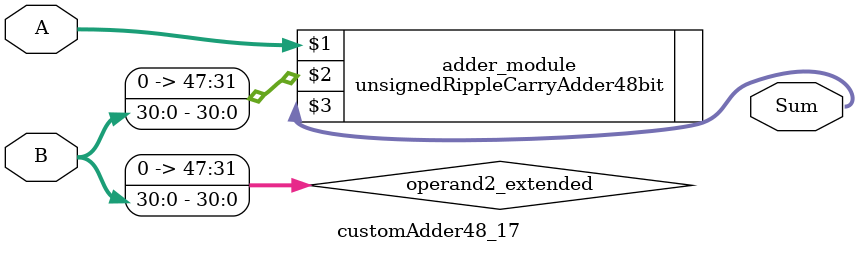
<source format=v>
module customAdder48_17(
                        input [47 : 0] A,
                        input [30 : 0] B,
                        
                        output [48 : 0] Sum
                );

        wire [47 : 0] operand2_extended;
        
        assign operand2_extended =  {17'b0, B};
        
        unsignedRippleCarryAdder48bit adder_module(
            A,
            operand2_extended,
            Sum
        );
        
        endmodule
        
</source>
